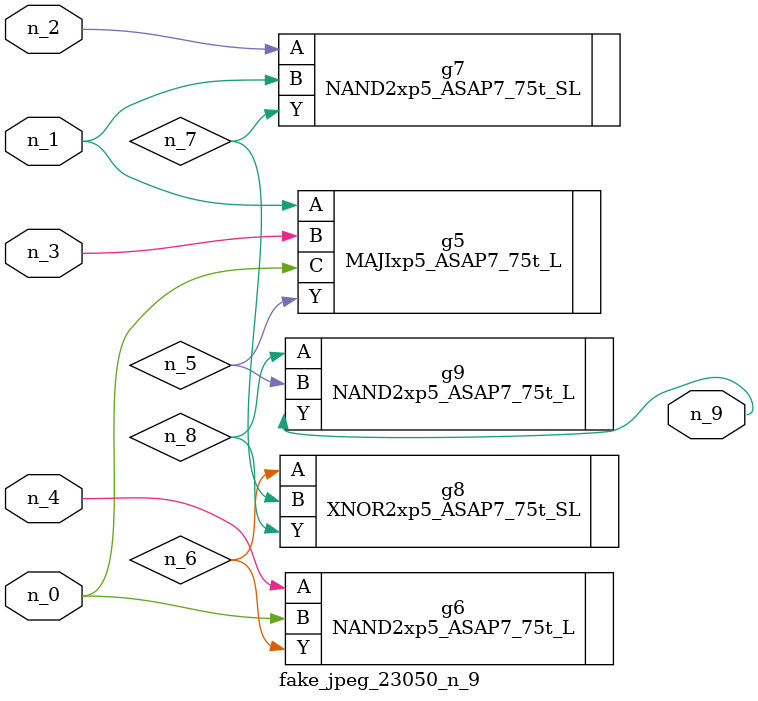
<source format=v>
module fake_jpeg_23050_n_9 (n_3, n_2, n_1, n_0, n_4, n_9);

input n_3;
input n_2;
input n_1;
input n_0;
input n_4;

output n_9;

wire n_8;
wire n_6;
wire n_5;
wire n_7;

MAJIxp5_ASAP7_75t_L g5 ( 
.A(n_1),
.B(n_3),
.C(n_0),
.Y(n_5)
);

NAND2xp5_ASAP7_75t_L g6 ( 
.A(n_4),
.B(n_0),
.Y(n_6)
);

NAND2xp5_ASAP7_75t_SL g7 ( 
.A(n_2),
.B(n_1),
.Y(n_7)
);

XNOR2xp5_ASAP7_75t_SL g8 ( 
.A(n_6),
.B(n_7),
.Y(n_8)
);

NAND2xp5_ASAP7_75t_L g9 ( 
.A(n_8),
.B(n_5),
.Y(n_9)
);


endmodule
</source>
